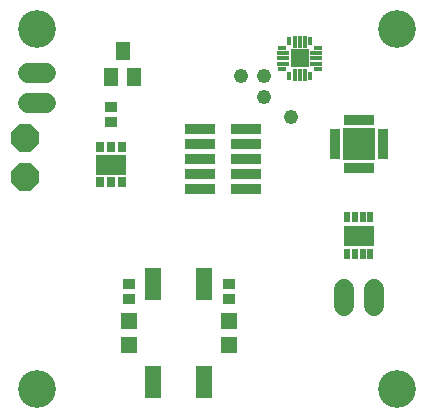
<source format=gts>
G75*
%MOIN*%
%OFA0B0*%
%FSLAX25Y25*%
%IPPOS*%
%LPD*%
%AMOC8*
5,1,8,0,0,1.08239X$1,22.5*
%
%ADD10R,0.09855X0.06706*%
%ADD11R,0.02611X0.03595*%
%ADD12R,0.10643X0.10643*%
%ADD13R,0.01981X0.03753*%
%ADD14R,0.03753X0.01981*%
%ADD15R,0.10249X0.06902*%
%ADD16R,0.02178X0.03359*%
%ADD17OC8,0.09300*%
%ADD18R,0.04737X0.06312*%
%ADD19R,0.04343X0.03556*%
%ADD20C,0.06706*%
%ADD21R,0.05918X0.05918*%
%ADD22R,0.03950X0.01784*%
%ADD23R,0.01784X0.03950*%
%ADD24R,0.01784X0.02965*%
%ADD25R,0.02965X0.01784*%
%ADD26C,0.04800*%
%ADD27R,0.10249X0.03792*%
%ADD28R,0.05524X0.05524*%
%ADD29R,0.05800X0.10800*%
%ADD30C,0.12611*%
D10*
X0061098Y0129996D03*
D11*
X0061098Y0124169D03*
X0057398Y0124169D03*
X0064799Y0124169D03*
X0064839Y0135823D03*
X0061098Y0135823D03*
X0057358Y0135823D03*
D12*
X0143776Y0136925D03*
X0143776Y0136925D03*
D13*
X0143776Y0129051D03*
X0145744Y0129051D03*
X0147713Y0129051D03*
X0141807Y0129051D03*
X0139839Y0129051D03*
X0139839Y0144799D03*
X0141807Y0144799D03*
X0143776Y0144799D03*
X0145744Y0144799D03*
X0147713Y0144799D03*
D14*
X0151650Y0140862D03*
X0151650Y0138894D03*
X0151650Y0136925D03*
X0151650Y0134957D03*
X0151650Y0132988D03*
X0135902Y0132988D03*
X0135902Y0134957D03*
X0135902Y0136925D03*
X0135902Y0138894D03*
X0135902Y0140862D03*
D15*
X0143776Y0106374D03*
D16*
X0145055Y0112476D03*
X0147614Y0112476D03*
X0142496Y0112476D03*
X0139937Y0112476D03*
X0139937Y0100272D03*
X0142496Y0100272D03*
X0145055Y0100272D03*
X0147614Y0100272D03*
D17*
X0032555Y0126059D03*
X0032555Y0138854D03*
D18*
X0061295Y0159130D03*
X0068776Y0159130D03*
X0065035Y0167791D03*
D19*
X0061098Y0149287D03*
X0061098Y0144169D03*
X0067004Y0090232D03*
X0067004Y0085114D03*
X0100469Y0085114D03*
X0100469Y0090232D03*
D20*
X0138776Y0088657D02*
X0138776Y0082752D01*
X0148776Y0082752D02*
X0148776Y0088657D01*
X0039445Y0150587D02*
X0033539Y0150587D01*
X0033539Y0160587D02*
X0039445Y0160587D01*
D21*
X0124091Y0165429D03*
D22*
X0118579Y0165429D03*
X0118579Y0163657D03*
X0118579Y0167201D03*
X0129602Y0167201D03*
X0129602Y0165429D03*
X0129602Y0163657D03*
D23*
X0125862Y0159917D03*
X0124091Y0159917D03*
X0122319Y0159917D03*
X0122319Y0170744D03*
X0124091Y0170744D03*
X0125862Y0170744D03*
D24*
X0127634Y0171256D03*
X0120547Y0171256D03*
X0120547Y0159445D03*
X0127634Y0159445D03*
D25*
X0130075Y0161886D03*
X0130075Y0168972D03*
X0118106Y0168972D03*
X0118106Y0161886D03*
D26*
X0112280Y0159524D03*
X0112280Y0152634D03*
X0104406Y0159524D03*
X0121138Y0145744D03*
D27*
X0106177Y0141965D03*
X0106177Y0136965D03*
X0106177Y0131965D03*
X0106177Y0126965D03*
X0106138Y0121965D03*
X0090803Y0121965D03*
X0090823Y0126965D03*
X0090823Y0131965D03*
X0090823Y0136965D03*
X0090823Y0141965D03*
D28*
X0100469Y0078028D03*
X0100469Y0069760D03*
X0067004Y0069760D03*
X0067004Y0078028D03*
D29*
X0075236Y0090150D03*
X0092236Y0090150D03*
X0092236Y0057638D03*
X0075236Y0057638D03*
D30*
X0036492Y0055193D03*
X0036492Y0175272D03*
X0156571Y0175272D03*
X0156571Y0055193D03*
M02*

</source>
